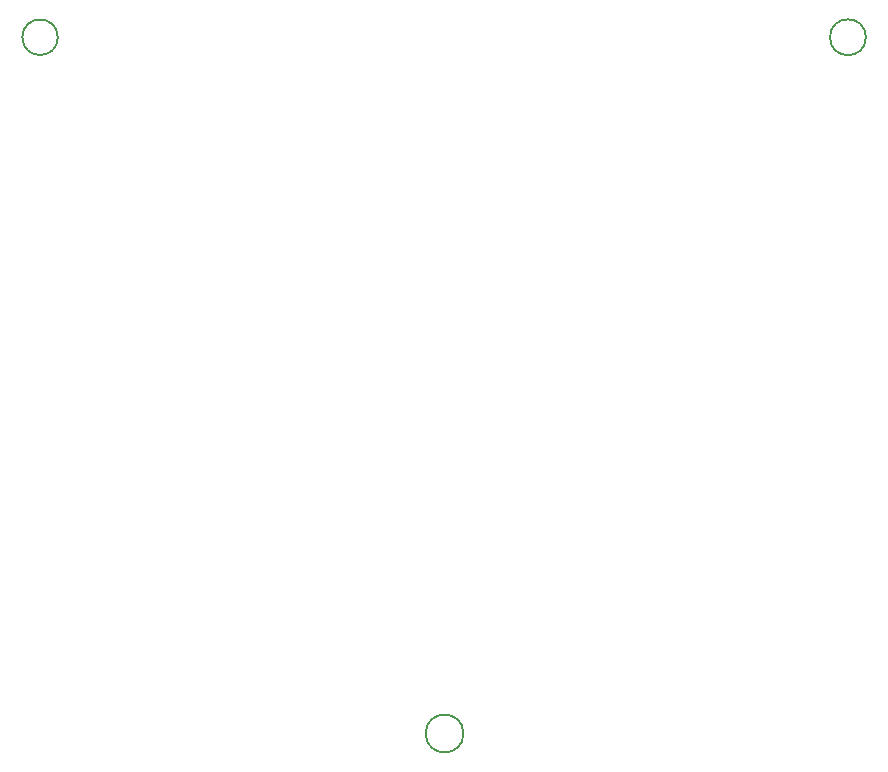
<source format=gbr>
G04 #@! TF.GenerationSoftware,KiCad,Pcbnew,(5.0.2)-1*
G04 #@! TF.CreationDate,2019-10-12T18:51:29+05:30*
G04 #@! TF.ProjectId,steambud_htswp,73746561-6d62-4756-945f-68747377702e,rev?*
G04 #@! TF.SameCoordinates,Original*
G04 #@! TF.FileFunction,Other,ECO2*
%FSLAX46Y46*%
G04 Gerber Fmt 4.6, Leading zero omitted, Abs format (unit mm)*
G04 Created by KiCad (PCBNEW (5.0.2)-1) date 10/12/2019 6:51:29 PM*
%MOMM*%
%LPD*%
G01*
G04 APERTURE LIST*
%ADD10C,0.200000*%
G04 APERTURE END LIST*
D10*
X77850781Y-85750000D02*
G75*
G03X77850781Y-85750000I-1600781J0D01*
G01*
X111920691Y-26800000D02*
G75*
G03X111920691Y-26800000I-1520691J0D01*
G01*
X43500000Y-26800000D02*
G75*
G03X43500000Y-26800000I-1500000J0D01*
G01*
M02*

</source>
